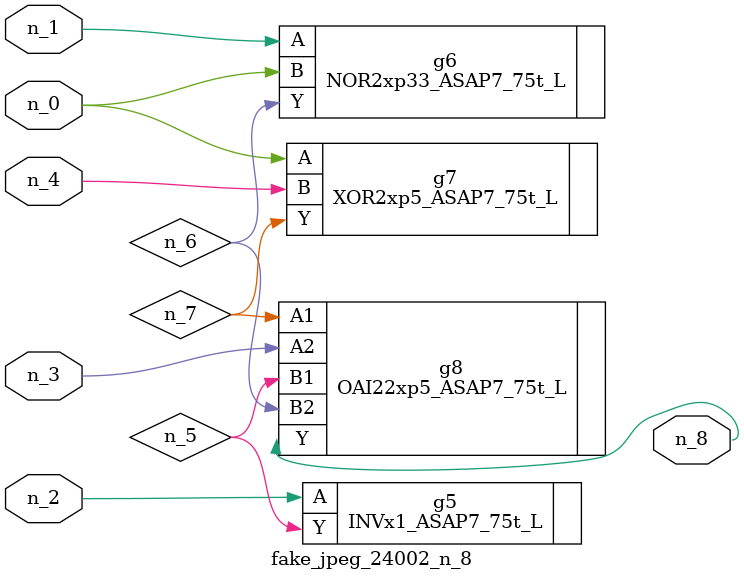
<source format=v>
module fake_jpeg_24002_n_8 (n_3, n_2, n_1, n_0, n_4, n_8);

input n_3;
input n_2;
input n_1;
input n_0;
input n_4;

output n_8;

wire n_6;
wire n_5;
wire n_7;

INVx1_ASAP7_75t_L g5 ( 
.A(n_2),
.Y(n_5)
);

NOR2xp33_ASAP7_75t_L g6 ( 
.A(n_1),
.B(n_0),
.Y(n_6)
);

XOR2xp5_ASAP7_75t_L g7 ( 
.A(n_0),
.B(n_4),
.Y(n_7)
);

OAI22xp5_ASAP7_75t_L g8 ( 
.A1(n_7),
.A2(n_3),
.B1(n_5),
.B2(n_6),
.Y(n_8)
);


endmodule
</source>
